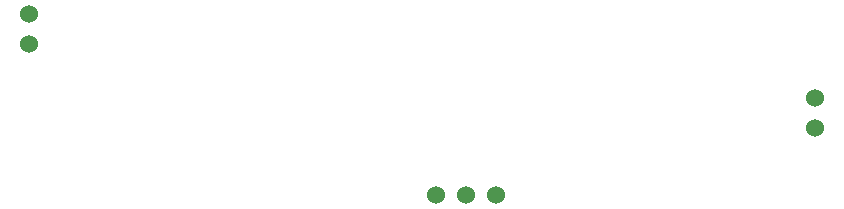
<source format=gbl>
G04*
G04 #@! TF.GenerationSoftware,Altium Limited,Altium Designer,20.1.11 (218)*
G04*
G04 Layer_Physical_Order=2*
G04 Layer_Color=16711680*
%FSLAX44Y44*%
%MOMM*%
G71*
G04*
G04 #@! TF.SameCoordinates,6F68814C-33D5-4D04-8E5B-489F78E18062*
G04*
G04*
G04 #@! TF.FilePolarity,Positive*
G04*
G01*
G75*
%ADD28C,1.5240*%
D28*
X377190Y77470D02*
D03*
X427990D02*
D03*
X402590D02*
D03*
X33020Y205740D02*
D03*
Y231140D02*
D03*
X698500Y160020D02*
D03*
Y134620D02*
D03*
M02*

</source>
